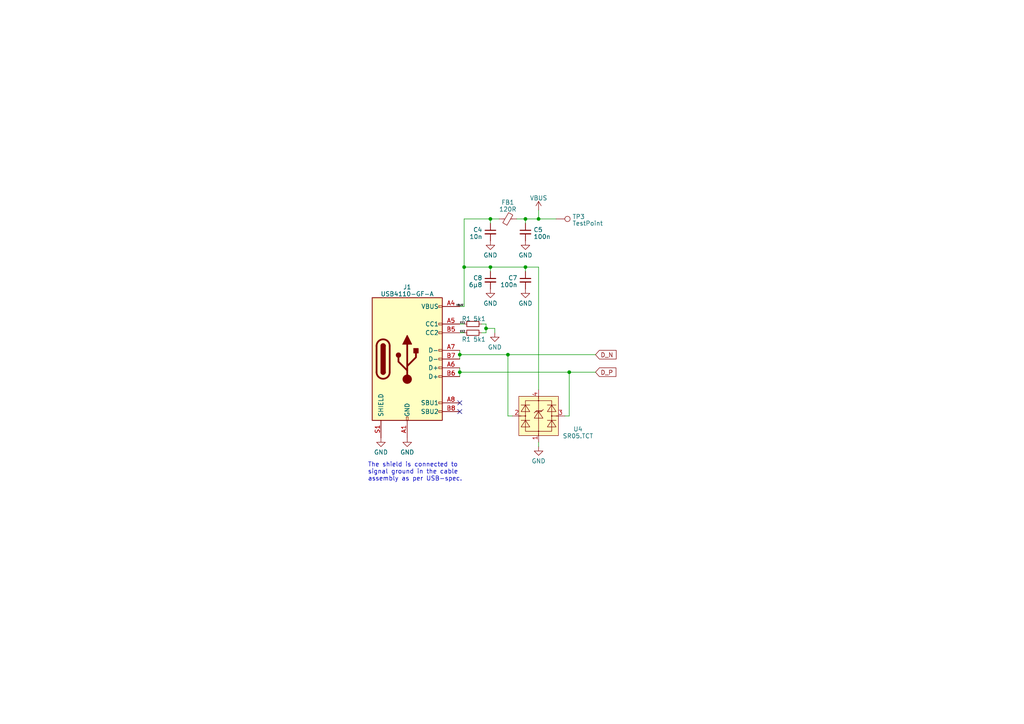
<source format=kicad_sch>
(kicad_sch (version 20230121) (generator eeschema)
  (paper "A4")
  (title_block (title "DreamSteck") (rev "A"))
  (lib_symbols
    (symbol "Connector:TestPoint" (pin_numbers hide) (pin_names (offset 0.762) hide)
      (property "Reference" "TP" (at 0 6.858 0))
      (property "Value" "TestPoint" (at 0 5.08 0))
      (symbol "TestPoint_0_1"
        (circle (center 0 3.302) (radius 0.762))
      )
      (symbol "TestPoint_1_1"
        (pin passive line (at 0 0 90) (length 2.54) (name "1") (number "1"))
      )
    )
    (symbol "Device:C_Small" (pin_numbers hide) (pin_names (offset 0.254) hide)
      (property "Reference" "C" (at 0.254 1.778 0))
      (property "Value" "C_Small" (at 0.254 -2.032 0))
      (symbol "C_Small_0_1"
        (polyline (pts (xy -1.524 -0.508) (xy 1.524 -0.508)) (stroke (width 0.3302)))
        (polyline (pts (xy -1.524 0.508) (xy 1.524 0.508)) (stroke (width 0.3048)))
      )
      (symbol "C_Small_1_1"
        (pin passive line (at 0 2.54 270) (length 2.032) (name "~") (number "1"))
        (pin passive line (at 0 -2.54 90) (length 2.032) (name "~") (number "2"))
      )
    )
    (symbol "Device:FerriteBead_Small" (pin_numbers hide) (pin_names (offset 0))
      (property "Reference" "FB" (at 1.905 1.27 0))
      (property "Value" "FerriteBead_Small" (at 1.905 -1.27 0))
      (symbol "FerriteBead_Small_0_1"
        (polyline (pts (xy 0 -1.27) (xy 0 -0.7874)))
        (polyline (pts (xy 0 0.889) (xy 0 1.2954)))
        (polyline (pts (xy -1.8288 0.2794) (xy -1.1176 1.4986) (xy 1.8288 -0.2032) (xy 1.1176 -1.4224) (xy -1.8288 0.2794)))
      )
      (symbol "FerriteBead_Small_1_1"
        (pin passive line (at 0 2.54 270) (length 1.27) (name "~") (number "1"))
        (pin passive line (at 0 -2.54 90) (length 1.27) (name "~") (number "2"))
      )
    )
    (symbol "Device:R_Small" (pin_numbers hide) (pin_names (offset 0.254) hide)
      (property "Reference" "R" (at 0.762 0.508 0))
      (property "Value" "R_Small" (at 0.762 -1.016 0))
      (symbol "R_Small_0_1"
        (rectangle (start -0.762 1.778) (end 0.762 -1.778) (stroke (width 0.2032)))
      )
      (symbol "R_Small_1_1"
        (pin passive line (at 0 2.54 270) (length 0.762) (name "~") (number "1"))
        (pin passive line (at 0 -2.54 90) (length 0.762) (name "~") (number "2"))
      )
    )
    (symbol "Franz-Lib:SR05.TCT" (pin_names (offset 1.016))
      (property "Reference" "U" (at -4.699 6.858 0))
      (property "Value" "SR05.TCT" (at 4.953 6.858 0))
      (symbol "SR05.TCT_0_1"
        (rectangle (start -3.81 -4.445) (end 3.81 4.445))
        (circle (center -3.81 0) (radius 0.127))
        (circle (center 0 -4.445) (radius 0.127))
        (polyline (pts (xy -5.715 0) (xy -3.81 0)))
        (polyline (pts (xy -5.08 -1.27) (xy -2.54 -1.27)))
        (polyline (pts (xy -1.27 0.889) (xy -0.635 1.524)))
        (polyline (pts (xy -0.635 1.524) (xy 1.016 1.524)))
        (polyline (pts (xy 0 -5.715) (xy 0 5.715)))
        (polyline (pts (xy 0.762 1.27) (xy -0.889 1.27)))
        (polyline (pts (xy 3.81 0) (xy 5.715 0)))
        (polyline (pts (xy -3.81 -1.27) (xy -2.54 -3.175) (xy -5.08 -3.175) (xy -3.81 -1.27)))
        (circle (center 0 4.445) (radius 0.127))
        (circle (center 3.81 0) (radius 0.127))
        (rectangle (start 5.715 -5.715) (end -5.715 5.715) (fill (type background)))
      )
      (symbol "SR05.TCT_1_1"
        (polyline (pts (xy -5.08 3.175) (xy -2.54 3.175)))
        (polyline (pts (xy 0.762 1.27) (xy 1.397 1.905)))
        (polyline (pts (xy 2.54 -1.27) (xy 5.08 -1.27)))
        (polyline (pts (xy 2.54 3.175) (xy 5.08 3.175)))
        (polyline (pts (xy -3.81 3.175) (xy -2.54 1.27) (xy -5.08 1.27) (xy -3.81 3.175)))
        (polyline (pts (xy 0 1.27) (xy 1.27 -0.635) (xy -1.27 -0.635) (xy 0 1.27)))
        (polyline (pts (xy 3.81 -1.27) (xy 5.08 -3.175) (xy 2.54 -3.175) (xy 3.81 -1.27)))
        (polyline (pts (xy 3.81 3.175) (xy 5.08 1.27) (xy 2.54 1.27) (xy 3.81 3.175)))
        (pin input line (at 0 -7.62 90) (length 2.54) (name "GND") (number "1"))
        (pin input line (at -7.62 0 0) (length 2.54) (name "CH1") (number "2"))
        (pin input line (at 7.62 0 180) (length 2.54) (name "CH2") (number "3"))
        (pin input line (at 0 7.62 270) (length 2.54) (name "VBUS") (number "4"))
      )
    )
    (symbol "Franz-Lib:USB_C_Receptacle_USB2.0_C393939" (pin_names (offset 1.016))
      (property "Reference" "J" (at -10.16 19.05 0))
      (property "Value" "USB_C_Receptacle_USB2.0_C393939" (at 19.05 19.05 0))
      (symbol "USB_C_Receptacle_USB2.0_C393939_0_0"
        (rectangle (start -0.254 -17.78) (end 0.254 -16.764))
        (rectangle (start 10.16 -14.986) (end 9.144 -15.494))
        (rectangle (start 10.16 -12.446) (end 9.144 -12.954))
        (rectangle (start 10.16 -4.826) (end 9.144 -5.334))
        (rectangle (start 10.16 -2.286) (end 9.144 -2.794))
        (rectangle (start 10.16 0.254) (end 9.144 -0.254))
        (rectangle (start 10.16 2.794) (end 9.144 2.286))
        (rectangle (start 10.16 7.874) (end 9.144 7.366))
        (rectangle (start 10.16 10.414) (end 9.144 9.906))
        (rectangle (start 10.16 15.494) (end 9.144 14.986))
      )
      (symbol "USB_C_Receptacle_USB2.0_C393939_0_1"
        (rectangle (start -10.16 17.78) (end 10.16 -17.78) (stroke (width 0.254)) (fill (type background)))
        (arc (start -8.89 -3.81) (mid -6.985 -5.7067) (end -5.08 -3.81) (stroke (width 0.508)))
        (arc (start -7.62 -3.81) (mid -6.985 -4.4423) (end -6.35 -3.81) (stroke (width 0.254)))
        (arc (start -7.62 -3.81) (mid -6.985 -4.4423) (end -6.35 -3.81) (stroke (width 0.254)) (fill (type outline)))
        (rectangle (start -7.62 -3.81) (end -6.35 3.81) (stroke (width 0.254)) (fill (type outline)))
        (arc (start -6.35 3.81) (mid -6.985 4.4423) (end -7.62 3.81) (stroke (width 0.254)))
        (arc (start -6.35 3.81) (mid -6.985 4.4423) (end -7.62 3.81) (stroke (width 0.254)) (fill (type outline)))
        (arc (start -5.08 3.81) (mid -6.985 5.7067) (end -8.89 3.81) (stroke (width 0.508)))
        (circle (center -2.54 1.143) (radius 0.635) (stroke (width 0.254)) (fill (type outline)))
        (circle (center 0 -5.842) (radius 1.27) (fill (type outline)))
        (polyline (pts (xy -8.89 -3.81) (xy -8.89 3.81)) (stroke (width 0.508)))
        (polyline (pts (xy -5.08 3.81) (xy -5.08 -3.81)) (stroke (width 0.508)))
        (polyline (pts (xy 0 -5.842) (xy 0 4.318)) (stroke (width 0.508)))
        (polyline (pts (xy 0 -3.302) (xy -2.54 -0.762) (xy -2.54 0.508)) (stroke (width 0.508)))
        (polyline (pts (xy 0 -2.032) (xy 2.54 0.508) (xy 2.54 1.778)) (stroke (width 0.508)))
        (polyline (pts (xy -1.27 4.318) (xy 0 6.858) (xy 1.27 4.318) (xy -1.27 4.318)) (stroke (width 0.254)) (fill (type outline)))
        (rectangle (start 1.905 1.778) (end 3.175 3.048) (stroke (width 0.254)) (fill (type outline)))
      )
      (symbol "USB_C_Receptacle_USB2.0_C393939_1_1"
        (pin passive line (at 0 -22.86 90) (length 5.08) (name "GND") (number "A1"))
        (pin passive line (at 0 -22.86 90) (length 5.08) hide (name "GND") (number "A12"))
        (pin passive line (at 15.24 15.24 180) (length 5.08) (name "VBUS") (number "A4"))
        (pin bidirectional line (at 15.24 10.16 180) (length 5.08) (name "CC1") (number "A5"))
        (pin bidirectional line (at 15.24 -2.54 180) (length 5.08) (name "D+") (number "A6"))
        (pin bidirectional line (at 15.24 2.54 180) (length 5.08) (name "D-") (number "A7"))
        (pin bidirectional line (at 15.24 -12.7 180) (length 5.08) (name "SBU1") (number "A8"))
        (pin passive line (at 15.24 15.24 180) (length 5.08) hide (name "VBUS") (number "A9"))
        (pin passive line (at 0 -22.86 90) (length 5.08) hide (name "GND") (number "B1"))
        (pin passive line (at 0 -22.86 90) (length 5.08) hide (name "GND") (number "B12"))
        (pin passive line (at 15.24 15.24 180) (length 5.08) hide (name "VBUS") (number "B4"))
        (pin bidirectional line (at 15.24 7.62 180) (length 5.08) (name "CC2") (number "B5"))
        (pin bidirectional line (at 15.24 -5.08 180) (length 5.08) (name "D+") (number "B6"))
        (pin bidirectional line (at 15.24 0 180) (length 5.08) (name "D-") (number "B7"))
        (pin bidirectional line (at 15.24 -15.24 180) (length 5.08) (name "SBU2") (number "B8"))
        (pin passive line (at 15.24 15.24 180) (length 5.08) hide (name "VBUS") (number "B9"))
        (pin passive line (at -7.62 -22.86 90) (length 5.08) (name "SHIELD") (number "S1"))
      )
    )
    (symbol "power:GND" (power) (pin_names (offset 0))
      (property "Value" "GND" (at 0 -3.81 0))
      (symbol "GND_0_1"
        (polyline (pts (xy 0 0) (xy 0 -1.27) (xy 1.27 -1.27) (xy 0 -2.54) (xy -1.27 -1.27) (xy 0 -1.27)))
      )
      (symbol "GND_1_1"
        (pin power_in line (at 0 0 270) (length 0) hide (name "GND") (number "1"))
      )
    )
    (symbol "power:VBUS" (power) (pin_names (offset 0))
      (property "Value" "VBUS" (at 0 3.81 0))
      (symbol "VBUS_0_1"
        (polyline (pts (xy -0.762 1.27) (xy 0 2.54)))
        (polyline (pts (xy 0 0) (xy 0 2.54)))
        (polyline (pts (xy 0 2.54) (xy 0.762 1.27)))
      )
      (symbol "VBUS_1_1"
        (pin power_in line (at 0 0 90) (length 0) hide (name "VBUS") (number "1"))
      )
    )
  )
  (junction (at 134.62 77.47))
  (junction (at 147.32 102.87))
  (junction (at 152.4 77.47))
  (junction (at 142.24 77.47))
  (junction (at 133.35 102.87))
  (junction (at 152.4 63.5))
  (junction (at 156.21 63.5))
  (junction (at 165.1 107.95))
  (junction (at 140.97 95.25))
  (junction (at 142.24 63.5))
  (junction (at 133.35 107.95))
  (no_connect (at 133.35 116.84))
  (no_connect (at 133.35 119.38))
  (wire (pts (xy 134.62 88.9) (xy 133.35 88.9)))
  (wire (pts (xy 152.4 77.47) (xy 152.4 78.74)))
  (wire (pts (xy 156.21 77.47) (xy 156.21 113.03)))
  (wire (pts (xy 133.35 102.87) (xy 133.35 104.14)))
  (wire (pts (xy 149.86 63.5) (xy 152.4 63.5)))
  (wire (pts (xy 133.35 96.52) (xy 134.62 96.52)))
  (wire (pts (xy 156.21 63.5) (xy 161.29 63.5)))
  (wire (pts (xy 142.24 63.5) (xy 144.78 63.5)))
  (wire (pts (xy 142.24 63.5) (xy 142.24 64.77)))
  (wire (pts (xy 140.97 95.25) (xy 140.97 96.52)))
  (wire (pts (xy 134.62 77.47) (xy 134.62 88.9)))
  (wire (pts (xy 152.4 63.5) (xy 152.4 64.77)))
  (wire (pts (xy 147.32 120.65) (xy 147.32 102.87)))
  (wire (pts (xy 152.4 63.5) (xy 156.21 63.5)))
  (wire (pts (xy 172.72 102.87) (xy 147.32 102.87)))
  (wire (pts (xy 134.62 77.47) (xy 142.24 77.47)))
  (wire (pts (xy 133.35 107.95) (xy 165.1 107.95)))
  (wire (pts (xy 134.62 63.5) (xy 142.24 63.5)))
  (wire (pts (xy 133.35 107.95) (xy 133.35 106.68)))
  (wire (pts (xy 133.35 93.98) (xy 134.62 93.98)))
  (wire (pts (xy 142.24 77.47) (xy 152.4 77.47)))
  (wire (pts (xy 165.1 120.65) (xy 165.1 107.95)))
  (wire (pts (xy 140.97 93.98) (xy 139.7 93.98)))
  (wire (pts (xy 134.62 77.47) (xy 134.62 63.5)))
  (wire (pts (xy 156.21 128.27) (xy 156.21 129.54)))
  (wire (pts (xy 172.72 107.95) (xy 165.1 107.95)))
  (wire (pts (xy 133.35 107.95) (xy 133.35 109.22)))
  (wire (pts (xy 133.35 102.87) (xy 147.32 102.87)))
  (wire (pts (xy 142.24 77.47) (xy 142.24 78.74)))
  (wire (pts (xy 143.51 95.25) (xy 140.97 95.25)))
  (wire (pts (xy 152.4 77.47) (xy 156.21 77.47)))
  (wire (pts (xy 148.59 120.65) (xy 147.32 120.65)))
  (wire (pts (xy 143.51 96.52) (xy 143.51 95.25)))
  (wire (pts (xy 133.35 102.87) (xy 133.35 101.6)))
  (wire (pts (xy 139.7 96.52) (xy 140.97 96.52)))
  (wire (pts (xy 140.97 93.98) (xy 140.97 95.25)))
  (wire (pts (xy 163.83 120.65) (xy 165.1 120.65)))
  (wire (pts (xy 156.21 60.96) (xy 156.21 63.5)))
  (text "The shield is connected to\nsignal ground in the cable\nassembly as per USB-spec." (at 106.68 139.7 0) (effects (font (size 1.27 1.27)) (justify left bottom)))
  (label "VBUS'" (at 134.62 88.9 180) (effects (font (size 0.5 0.5))))
  (label "CC2" (at 133.35 96.52 0) (effects (font (size 0.5 0.5))))
  (label "CC1" (at 133.35 93.98 0) (effects (font (size 0.5 0.5))))
  (global_label "D_N" (shape input) (at 172.72 102.87 0) (property "Intersheetrefs" "${INTERSHEET_REFS}" (effects hide)))
  (global_label "D_P" (shape input) (at 172.72 107.95 0) (property "Intersheetrefs" "${INTERSHEET_REFS}" (effects hide)))
  (symbol (lib_id "power:GND") (at 142.24 83.82 0) (unit 1)
    (property "Reference" "#PWR0114" (effects hide))
    (property "Value" "GND" (at 142.24 87.9952 0))
    (instances (project "PCB-B" (path "" (reference "#PWR0114") (unit 1)) (path "" (reference "#PWR0110") (unit 1))))
  )
  (symbol (lib_id "Connector:TestPoint") (at 161.29 63.5 270) (unit 1)
    (property "Reference" "TP3" (at 165.989 62.8563 90) (effects (justify left)))
    (property "Value" "TestPoint" (at 165.989 64.7773 90) (effects (justify left)))
    (property "Footprint" "Franz-Lib:TestPoint_Pad_D1.0mm_NoSIlk" (effects hide))
  )
  (symbol (lib_id "Device:FerriteBead_Small") (at 147.32 63.5 90) (unit 1)
    (property "Reference" "FB1" (at 147.2819 58.6994 90))
    (property "Value" "120R" (at 147.2819 60.6998 90))
    (property "Footprint" "Franz-Lib:L_0603_1608Metric_NoSilk" (effects hide))
  )
  (symbol (lib_id "Franz-Lib:USB_C_Receptacle_USB2.0_C393939") (at 118.11 104.14 0) (unit 1)
    (property "Reference" "J1" (at 118.11 83.2612 0))
    (property "Value" "USB4110-GF-A" (at 118.11 85.2616 0))
    (property "Footprint" "Franz-Lib:GCT_USB4110-GF-A" (effects hide))
    (property "Datasheet" "https://parts.franz.science/data/media/1912111437_SHOU-HAN-TYPE-C16PIN_C393939.pdf" (effects hide))
  )
  (symbol (lib_id "power:GND") (at 152.4 69.85 0) (mirror y) (unit 1)
    (property "Reference" "#PWR0115" (effects hide))
    (property "Value" "GND" (at 152.4 74.0252 0))
    (instances (project "DreamSteck" (path "" (reference "#PWR0115") (unit 1))) (project "PCB-B" (path "" (reference "#PWR0117") (unit 1)) (path "" (reference "#PWR0107") (unit 1))))
  )
  (symbol (lib_id "power:GND") (at 156.21 129.54 0) (unit 1)
    (property "Reference" "#PWR0115" (effects hide))
    (property "Value" "GND" (at 156.21 133.7152 0))
    (instances (project "DreamSteck" (path "" (reference "#PWR0115") (unit 1))) (project "PCB-B" (path "" (reference "#PWR0119") (unit 1)) (path "" (reference "#PWR0115") (unit 1))))
  )
  (symbol (lib_id "Device:R_Small") (at 137.16 96.52 90) (unit 1)
    (property "Reference" "R1" (at 135.255 98.425 90))
    (property "Value" "5k1" (at 139.065 98.425 90))
    (property "Footprint" "Franz-Lib:R_0402_1005Metric_NoSilk" (effects hide))
    (instances (project "DreamSteck" (path "" (reference "R1") (unit 1))) (project "PCB-B" (path "" (reference "R4") (unit 1)) (path "" (reference "R4") (unit 1))))
  )
  (symbol (lib_id "Device:C_Small") (at 142.24 67.31 0) (unit 1)
    (property "Reference" "C4" (at 139.9159 66.648 0) (effects (justify right)))
    (property "Value" "10n" (at 139.9159 68.6484 0) (effects (justify right)))
    (property "Footprint" "Franz-Lib:C_0402_1005Metric_NoSilk" (effects hide))
  )
  (symbol (lib_id "power:GND") (at 142.24 69.85 0) (unit 1)
    (property "Reference" "#PWR0115" (effects hide))
    (property "Value" "GND" (at 142.24 74.0252 0))
    (instances (project "DreamSteck" (path "" (reference "#PWR0115") (unit 1))) (project "PCB-B" (path "" (reference "#PWR0112") (unit 1)) (path "" (reference "#PWR0109") (unit 1))))
  )
  (symbol (lib_id "Device:R_Small") (at 137.16 93.98 90) (unit 1)
    (property "Reference" "R1" (at 135.255 92.456 90))
    (property "Value" "5k1" (at 139.065 92.456 90))
    (property "Footprint" "Franz-Lib:R_0402_1005Metric_NoSilk" (effects hide))
  )
  (symbol (lib_id "power:VBUS") (at 156.21 60.96 0) (unit 1)
    (property "Reference" "#PWR0104" (effects hide))
    (property "Value" "VBUS" (at 156.21 57.4486 0))
  )
  (symbol (lib_id "Franz-Lib:SR05.TCT") (at 156.21 120.65 0) (unit 1)
    (property "Reference" "U4" (at 167.64 124.46 0))
    (property "Value" "SR05.TCT" (at 167.64 126.4604 0))
    (property "Footprint" "Franz-Lib:SOT143-4L-slim" (effects hide))
    (property "Datasheet" "https://www.mouser.de/datasheet/2/761/SEMT_S_A0000086255_1-2575258.pdf" (effects hide))
  )
  (symbol (lib_id "Device:C_Small") (at 152.4 67.31 0) (mirror y) (unit 1)
    (property "Reference" "C5" (at 154.7241 66.648 0) (effects (justify right)))
    (property "Value" "100n" (at 154.7241 68.6484 0) (effects (justify right)))
    (property "Footprint" "Franz-Lib:C_0402_1005Metric_NoSilk" (effects hide))
  )
  (symbol (lib_id "power:GND") (at 143.51 96.52 0) (unit 1)
    (property "Reference" "#PWR0114" (effects hide))
    (property "Value" "GND" (at 143.51 100.6952 0))
  )
  (symbol (lib_id "Device:C_Small") (at 152.4 81.28 0) (unit 1)
    (property "Reference" "C7" (at 150.0759 80.618 0) (effects (justify right)))
    (property "Value" "100n" (at 150.0759 82.6184 0) (effects (justify right)))
    (property "Footprint" "Franz-Lib:C_0402_1005Metric_NoSilk" (effects hide))
  )
  (symbol (lib_id "power:GND") (at 118.11 127 0) (unit 1)
    (property "Reference" "#PWR0115" (effects hide))
    (property "Value" "GND" (at 118.11 131.1752 0))
    (instances (project "DreamSteck" (path "" (reference "#PWR0115") (unit 1))) (project "PCB-B" (path "" (reference "#PWR0101") (unit 1)) (path "" (reference "#PWR0101") (unit 1))))
  )
  (symbol (lib_id "Device:C_Small") (at 142.24 81.28 0) (unit 1)
    (property "Reference" "C8" (at 139.9159 80.618 0) (effects (justify right)))
    (property "Value" "6µ8" (at 139.9159 82.6184 0) (effects (justify right)))
    (property "Footprint" "Franz-Lib:C_0603_1608Metric_NoSilk" (effects hide))
  )
  (symbol (lib_id "power:GND") (at 152.4 83.82 0) (unit 1)
    (property "Reference" "#PWR0114" (effects hide))
    (property "Value" "GND" (at 152.4 87.9952 0))
    (instances (project "PCB-B" (path "" (reference "#PWR0114") (unit 1)) (path "" (reference "#PWR0111") (unit 1))))
  )
  (symbol (lib_id "power:GND") (at 110.49 127 0) (unit 1)
    (property "Reference" "#PWR0116" (effects hide))
    (property "Value" "GND" (at 110.49 131.1752 0))
  )
)
</source>
